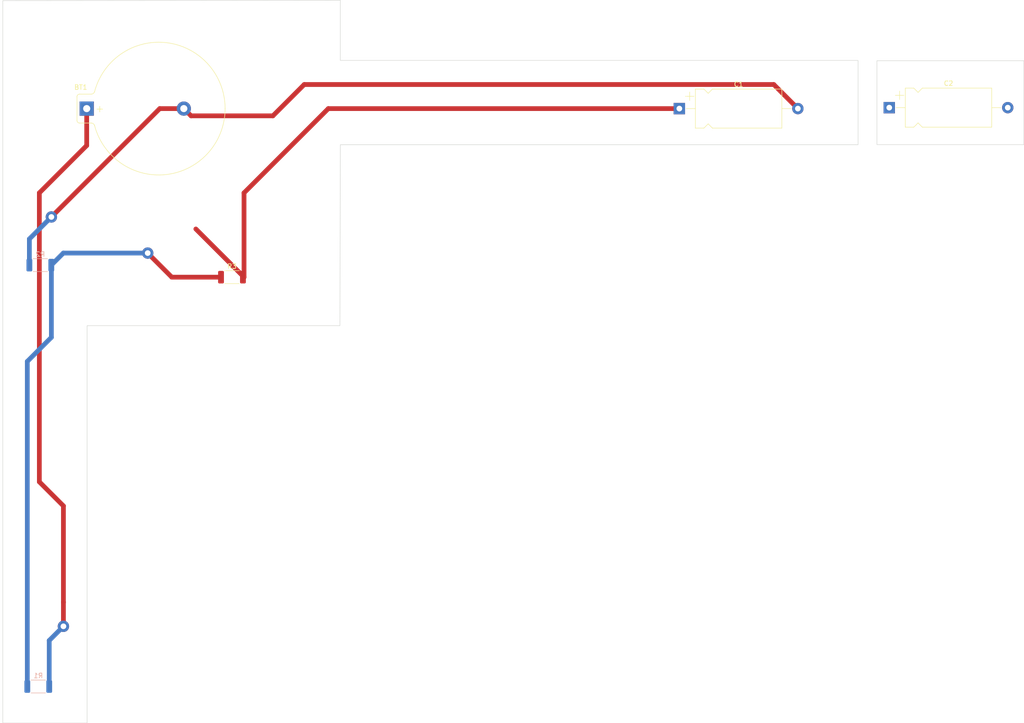
<source format=kicad_pcb>
(kicad_pcb (version 20221018) (generator pcbnew)
  (layers (0 "F.Cu" signal) (31 "B.Cu" signal) (34 "B.Paste" user) (35 "F.Paste" user) (36 "B.SilkS" user "B.Silkscreen") (37 "F.SilkS" user "F.Silkscreen") (38 "B.Mask" user) (39 "F.Mask" user) (44 "Edge.Cuts" user))
  (net 0 "")
  (net 1 "Net-(BT1-Pad1)")
  (net 2 "Net-(BT1-Pad2)")
  (net 3 "Net-(C1-Pad1)")
  (net 4 "Net-(R1-Pad2)")
  (footprint "Capacitor_THT:CP_Axial_L18.0mm_D8.0mm_P25.00mm_Horizontal" (layer "F.Cu") (at 185.82 50.8)
    (fp_text reference "C1" (at 12.5 -5.12) (layer "F.SilkS"))
    (fp_text value "C")
    (fp_line (start 1.28 -2.6) (end 3.08 -2.6) (stroke (width 0.12)) (layer "F.SilkS"))
    (fp_line (start 1.44 0) (end 3.38 0) (stroke (width 0.12)) (layer "F.SilkS"))
    (fp_line (start 2.18 -3.5) (end 2.18 -1.7) (stroke (width 0.12)) (layer "F.SilkS"))
    (fp_line (start 3.38 -4.12) (end 3.38 4.12) (stroke (width 0.12)) (layer "F.SilkS"))
    (fp_line (start 3.38 -4.12) (end 5.18 -4.12) (stroke (width 0.12)) (layer "F.SilkS"))
    (fp_line (start 3.38 4.12) (end 5.18 4.12) (stroke (width 0.12)) (layer "F.SilkS"))
    (fp_line (start 5.18 -4.12) (end 6.08 -3.22) (stroke (width 0.12)) (layer "F.SilkS"))
    (fp_line (start 5.18 4.12) (end 6.08 3.22) (stroke (width 0.12)) (layer "F.SilkS"))
    (fp_line (start 6.08 -3.22) (end 6.98 -4.12) (stroke (width 0.12)) (layer "F.SilkS"))
    (fp_line (start 6.08 3.22) (end 6.98 4.12) (stroke (width 0.12)) (layer "F.SilkS"))
    (fp_line (start 6.98 -4.12) (end 21.62 -4.12) (stroke (width 0.12)) (layer "F.SilkS"))
    (fp_line (start 6.98 4.12) (end 21.62 4.12) (stroke (width 0.12)) (layer "F.SilkS"))
    (fp_line (start 21.62 -4.12) (end 21.62 4.12) (stroke (width 0.12)) (layer "F.SilkS"))
    (fp_line (start 23.56 0) (end 21.62 0) (stroke (width 0.12)) (layer "F.SilkS"))
    (pad "1" thru_hole rect (at 0 0) (size 2.4 2.4) (drill 1.2) (layers "*.Cu" "*.Mask") (net 3 "Net-(C1-Pad1)"))
    (pad "2" thru_hole oval (at 25 0) (size 2.4 2.4) (drill 1.2) (layers "*.Cu" "*.Mask") (net 2 "Net-(BT1-Pad2)"))
  )
  (footprint "Capacitor_THT:CP_Axial_L18.0mm_D8.0mm_P25.00mm_Horizontal" (layer "F.Cu") (at 230.1 50.6)
    (fp_text reference "C2" (at 12.5 -5.12) (layer "F.SilkS"))
    (fp_text value "C")
    (fp_line (start 1.28 -2.6) (end 3.08 -2.6) (stroke (width 0.12)) (layer "F.SilkS"))
    (fp_line (start 1.44 0) (end 3.38 0) (stroke (width 0.12)) (layer "F.SilkS"))
    (fp_line (start 2.18 -3.5) (end 2.18 -1.7) (stroke (width 0.12)) (layer "F.SilkS"))
    (fp_line (start 3.38 -4.12) (end 3.38 4.12) (stroke (width 0.12)) (layer "F.SilkS"))
    (fp_line (start 3.38 -4.12) (end 5.18 -4.12) (stroke (width 0.12)) (layer "F.SilkS"))
    (fp_line (start 3.38 4.12) (end 5.18 4.12) (stroke (width 0.12)) (layer "F.SilkS"))
    (fp_line (start 5.18 -4.12) (end 6.08 -3.22) (stroke (width 0.12)) (layer "F.SilkS"))
    (fp_line (start 5.18 4.12) (end 6.08 3.22) (stroke (width 0.12)) (layer "F.SilkS"))
    (fp_line (start 6.08 -3.22) (end 6.98 -4.12) (stroke (width 0.12)) (layer "F.SilkS"))
    (fp_line (start 6.08 3.22) (end 6.98 4.12) (stroke (width 0.12)) (layer "F.SilkS"))
    (fp_line (start 6.98 -4.12) (end 21.62 -4.12) (stroke (width 0.12)) (layer "F.SilkS"))
    (fp_line (start 6.98 4.12) (end 21.62 4.12) (stroke (width 0.12)) (layer "F.SilkS"))
    (fp_line (start 21.62 -4.12) (end 21.62 4.12) (stroke (width 0.12)) (layer "F.SilkS"))
    (fp_line (start 23.56 0) (end 21.62 0) (stroke (width 0.12)) (layer "F.SilkS"))
    (pad "1" thru_hole rect (at 0 0) (size 2.4 2.4) (drill 1.2) (layers "*.Cu" "*.Mask"))
    (pad "2" thru_hole oval (at 25 0) (size 2.4 2.4) (drill 1.2) (layers "*.Cu" "*.Mask"))
  )
  (footprint "Resistor_SMD:R_2010_5025Metric" (layer "F.Cu") (at 91.44 86.36)
    (fp_text reference "R3" (at 0 -2.28) (layer "F.SilkS"))
    (fp_text value "R")
    (fp_line (start -1.527064 -1.36) (end 1.527064 -1.36) (stroke (width 0.12)) (layer "F.SilkS"))
    (fp_line (start -1.527064 1.36) (end 1.527064 1.36) (stroke (width 0.12)) (layer "F.SilkS"))
    (pad "1" smd roundrect (at -2.3125 0) (size 1.225 2.65) (layers "F.Cu" "F.Paste" "F.Mask") (roundrect_rratio 0.204082) (net 4 "Net-(R1-Pad2)"))
    (pad "2" smd roundrect (at 2.3125 0) (size 1.225 2.65) (layers "F.Cu" "F.Paste" "F.Mask") (roundrect_rratio 0.204082) (net 3 "Net-(C1-Pad1)"))
  )
  (footprint "Battery:BatteryHolder_Keystone_105_1x2430" (layer "F.Cu") (at 60.79 50.8)
    (fp_text reference "BT1" (at -1.25 -4.5) (layer "F.SilkS"))
    (fp_text value "Battery_Cell")
    (fp_text user "+" (at 2.75 0) (layer "F.SilkS") (effects (font (size 1.5 1.5))))
    (fp_line (start -2.05 -2.5) (end -2.05 2.5) (stroke (width 0.12)) (layer "F.SilkS"))
    (fp_line (start -1.5 3.05) (end 0.95 3.05) (stroke (width 0.12)) (layer "F.SilkS"))
    (fp_line (start 0.95 -3.05) (end -1.5 -3.05) (stroke (width 0.12)) (layer "F.SilkS"))
    (fp_arc (start -2.05 -2.5) (mid -1.888909 -2.888909) (end -1.5 -3.05) (stroke (width 0.12)) (layer "F.SilkS"))
    (fp_arc (start -1.5 3.05) (mid -1.888909 2.888909) (end -2.05 2.5) (stroke (width 0.12)) (layer "F.SilkS"))
    (fp_arc (start 0.95 3.05) (mid 1.380182 3.185636) (end 1.654769 3.543485) (stroke (width 0.12)) (layer "F.SilkS"))
    (fp_arc (start 1.65 -3.52) (mid 16.981862 -13.885887) (end 29.199738 0.015231) (stroke (width 0.12)) (layer "F.SilkS"))
    (fp_arc (start 1.654769 -3.543485) (mid 1.380182 -3.185636) (end 0.95 -3.05) (stroke (width 0.12)) (layer "F.SilkS"))
    (fp_arc (start 29.199738 -0.015231) (mid 16.981862 13.885887) (end 1.65 3.52) (stroke (width 0.12)) (layer "F.SilkS"))
    (pad "1" thru_hole rect (at 0 0) (size 3 3) (drill 1.5) (layers "*.Cu" "*.Mask") (net 1 "Net-(BT1-Pad1)"))
    (pad "2" thru_hole circle (at 20.49 0) (size 3 3) (drill 1.5) (layers "*.Cu" "*.Mask") (net 2 "Net-(BT1-Pad2)"))
  )
  (footprint "Resistor_SMD:R_2010_5025Metric" (layer "B.Cu") (at 51.01 83.82 180)
    (fp_text reference "R2" (at 0 2.28) (layer "B.SilkS") (effects (justify mirror)))
    (fp_text value "R")
    (fp_line (start -1.527064 -1.36) (end 1.527064 -1.36) (stroke (width 0.12)) (layer "B.SilkS"))
    (fp_line (start -1.527064 1.36) (end 1.527064 1.36) (stroke (width 0.12)) (layer "B.SilkS"))
    (pad "1" smd roundrect (at -2.3125 0 180) (size 1.225 2.65) (layers "B.Cu" "B.Paste" "B.Mask") (roundrect_rratio 0.204082) (net 4 "Net-(R1-Pad2)"))
    (pad "2" smd roundrect (at 2.3125 0 180) (size 1.225 2.65) (layers "B.Cu" "B.Paste" "B.Mask") (roundrect_rratio 0.204082) (net 2 "Net-(BT1-Pad2)"))
  )
  (footprint "Resistor_SMD:R_2010_5025Metric" (layer "B.Cu") (at 50.5725 172.72 180)
    (fp_text reference "R1" (at 0 2.28) (layer "B.SilkS") (effects (justify mirror)))
    (fp_text value "R")
    (fp_line (start -1.527064 -1.36) (end 1.527064 -1.36) (stroke (width 0.12)) (layer "B.SilkS"))
    (fp_line (start -1.527064 1.36) (end 1.527064 1.36) (stroke (width 0.12)) (layer "B.SilkS"))
    (pad "1" smd roundrect (at -2.3125 0 180) (size 1.225 2.65) (layers "B.Cu" "B.Paste" "B.Mask") (roundrect_rratio 0.204082) (net 1 "Net-(BT1-Pad1)"))
    (pad "2" smd roundrect (at 2.3125 0 180) (size 1.225 2.65) (layers "B.Cu" "B.Paste" "B.Mask") (roundrect_rratio 0.204082) (net 4 "Net-(R1-Pad2)"))
  )
  (gr_poly (pts (xy 114.3 27.94) (xy 114.3 40.64) (xy 223.52 40.64) (xy 223.52 58.42) (xy 114.3 58.42) (xy 114.21314 96.596332) (xy 60.87314 96.596332) (xy 60.87314 180.416332) (xy 43.09314 180.416332) (xy 43.09314 28.016332)) (stroke (width 0.1)) (fill none) (layer "Edge.Cuts"))
  (gr_rect (start 227.5 40.7) (end 258.5 58.4) (stroke (width 0.1)) (fill none) (layer "Edge.Cuts"))
  (segment (start 60.79 50.8) (end 60.79 58.59) (width 1) (layer "F.Cu") (net 1))
  (segment (start 55.88 134.62) (end 55.88 154.94) (width 1) (layer "F.Cu") (net 1))
  (segment (start 60.79 58.59) (end 50.8 68.58) (width 1) (layer "F.Cu") (net 1))
  (segment (start 50.8 68.58) (end 50.8 129.54) (width 1) (layer "F.Cu") (net 1))
  (segment (start 50.8 129.54) (end 55.88 134.62) (width 1) (layer "F.Cu") (net 1))
  (segment (start 55.88 154.94) (end 55.88 160.02) (width 1) (layer "F.Cu") (net 1))
  (via (at 55.88 160.02) (size 2.4) (drill 1.2) (layers "F.Cu" "B.Cu") (net 1))
  (segment (start 52.885 163.015) (end 55.88 160.02) (width 1) (layer "B.Cu") (net 1))
  (segment (start 52.885 172.72) (end 52.885 163.015) (width 1) (layer "B.Cu") (net 1))
  (segment (start 53.34 73.66) (end 76.2 50.8) (width 1) (layer "F.Cu") (net 2))
  (segment (start 205.74 45.72) (end 210.82 50.8) (width 1) (layer "F.Cu") (net 2))
  (segment (start 106.68 45.72) (end 205.74 45.72) (width 1) (layer "F.Cu") (net 2))
  (segment (start 81.28 50.8) (end 82.805 52.325) (width 1) (layer "F.Cu") (net 2))
  (segment (start 82.805 52.325) (end 100.075 52.325) (width 1) (layer "F.Cu") (net 2))
  (segment (start 100.075 52.325) (end 106.68 45.72) (width 1) (layer "F.Cu") (net 2))
  (segment (start 76.2 50.8) (end 81.28 50.8) (width 1) (layer "F.Cu") (net 2))
  (via (at 53.34 73.66) (size 2.4) (drill 1.2) (layers "F.Cu" "B.Cu") (net 2))
  (segment (start 48.6975 83.82) (end 48.6975 78.3025) (width 1) (layer "B.Cu") (net 2))
  (segment (start 48.6975 78.3025) (end 53.34 73.66) (width 1) (layer "B.Cu") (net 2))
  (segment (start 93.98 86.36) (end 93.98 68.58) (width 1) (layer "F.Cu") (net 3))
  (segment (start 111.76 50.8) (end 185.82 50.8) (width 1) (layer "F.Cu") (net 3))
  (segment (start 93.98 68.58) (end 111.76 50.8) (width 1) (layer "F.Cu") (net 3))
  (segment (start 83.82 76.2) (end 93.98 86.36) (width 1) (layer "F.Cu") (net 3))
  (segment (start 78.74 86.36) (end 73.66 81.28) (width 1) (layer "F.Cu") (net 4))
  (segment (start 89.1275 86.36) (end 78.74 86.36) (width 1) (layer "F.Cu") (net 4))
  (via (at 73.66 81.28) (size 2.4) (drill 1.2) (layers "F.Cu" "B.Cu") (net 4))
  (segment (start 55.8625 81.28) (end 53.3225 83.82) (width 1) (layer "B.Cu") (net 4))
  (segment (start 53.3225 83.82) (end 53.34 83.8375) (width 1) (layer "B.Cu") (net 4))
  (segment (start 53.34 83.8375) (end 53.34 99.06) (width 1) (layer "B.Cu") (net 4))
  (segment (start 53.34 99.06) (end 48.26 104.14) (width 1) (layer "B.Cu") (net 4))
  (segment (start 48.26 104.14) (end 48.26 172.72) (width 1) (layer "B.Cu") (net 4))
  (segment (start 73.66 81.28) (end 55.8625 81.28) (width 1) (layer "B.Cu") (net 4))
)
</source>
